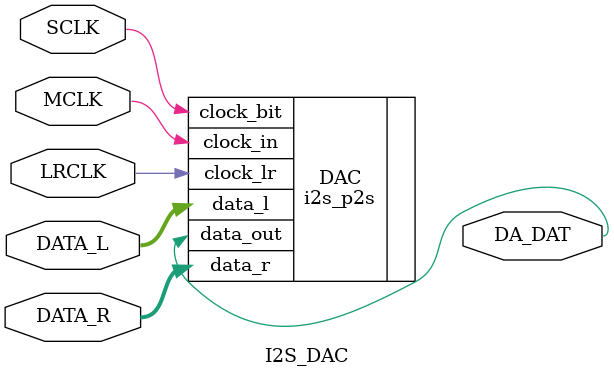
<source format=v>
`ifdef SIMULATION
    `define POR_MAX 16'h000f // period of power on reset
`else  // Real FPGA
    `define POR_MAX 16'hffff  // period of power on reset
`endif

module I2S_DAC
    #(parameter bitNum = 32)
	(
		DA_DAT,MCLK,LRCLK,SCLK,DATA_L,DATA_R
	);

	//DAC PCM5102A
	input MCLK;		//PIN_132
	input LRCLK;	//PIN_130
	input SCLK;		//PIN_131
	input signed [bitNum-1:0]DATA_L;
	input signed [bitNum-1:0]DATA_R;
	output DA_DAT;	//PIN_124


	//--------------------------
	// Internal Power on Reset
	//--------------------------
	wire res_n;            // Internal Reset Signal
	reg  por_n;            // should be power-up level = Low
	reg  [15:0] por_count; // should be power-up level = Low
	//
	always @(posedge MCLK)
	begin
		if (por_count != `POR_MAX)
		begin
			por_n <= 1'b0;
			por_count <= por_count + 16'h0001;
		end
		else
		begin
			por_n <= 1'b1;
			por_count <= por_count;
		end
	end
	//
	assign res_n = por_n;

	/* MCLK 12.288MHz
	 * SCK 3.072MHz	MCLK/4
	 * LRLCK 48KHz	MCLK/256
	 */
	wire signed [bitNum-1:0]DATA_L;
	wire signed [bitNum-1:0]DATA_R;

	i2s_p2s #(.bitNum(bitNum)) DAC(
	//clock_in, clock_bit, clock_lr, data_out, data_l32, data_r32
		.clock_in(MCLK), .clock_bit(SCLK), .clock_lr(LRCLK), .data_out(DA_DAT), .data_l(DATA_L), .data_r(DATA_R)
	);


endmodule
</source>
